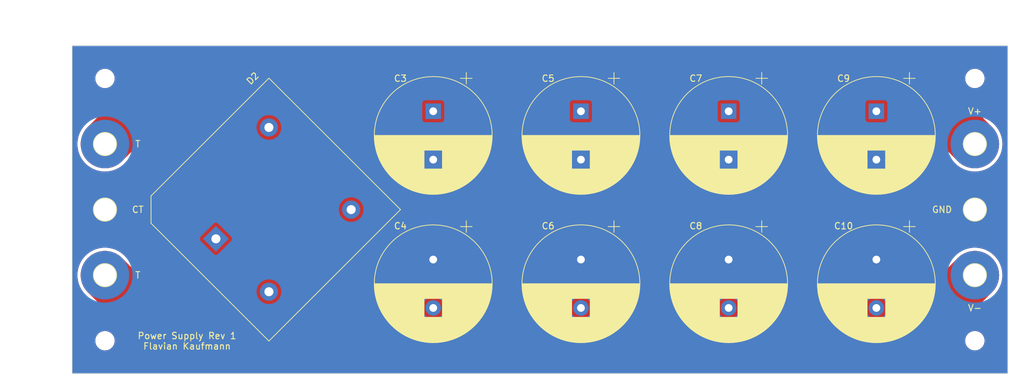
<source format=kicad_pcb>
(kicad_pcb (version 20221018) (generator pcbnew)
  (title_block (title "Power Supply") (date "2022-07-20") (rev "Rev 1.0") (company "Flavian Kaufmann"))
  (layers (0 "F.Cu" signal) (31 "B.Cu" signal) (34 "B.Paste" user) (35 "F.Paste" user) (36 "B.SilkS" user "B.Silkscreen") (37 "F.SilkS" user "F.Silkscreen") (38 "B.Mask" user) (39 "F.Mask" user) (44 "Edge.Cuts" user))
  (net 0 "")
  (net 1 "GND")
  (net 2 "T+")
  (net 3 "T-")
  (net 4 "+35")
  (net 5 "-35")
  (footprint "Connector_Pin:Pin_D1.3mm_L11.0mm_LooseFit" (layer "F.Cu") (at 210.82 105.41)
    (fp_text reference "REF**" hide)
    (fp_text value "Pin_D1.3mm_L11.0mm_LooseFit" hide)
    (pad "1" thru_hole circle (at 0 0) (size 7.5 7.5) (drill 3.5) (layers "*.Cu" "*.Mask") (net 5 "-35"))
  )
  (footprint "Capacitor_THT:CP_Radial_D18.0mm_P7.50mm" (layer "F.Cu") (at 195.58 102.99 -90)
    (fp_text reference "C10" (at -5.2 5.08 180) (layer "F.SilkS"))
    (fp_text value "2200u")
    (pad "1" thru_hole rect (at 0 0 270) (size 2.4 2.4) (drill 1.2) (layers "*.Cu" "*.Mask") (net 1 "GND"))
    (pad "2" thru_hole circle (at 7.5 0 270) (size 2.4 2.4) (drill 1.2) (layers "*.Cu" "*.Mask") (net 5 "-35"))
  )
  (footprint "Connector_Pin:Pin_D1.3mm_L11.0mm_LooseFit" (layer "F.Cu") (at 76.2 105.41)
    (fp_text reference "REF**" hide)
    (fp_text value "Pin_D1.3mm_L11.0mm_LooseFit" hide)
    (pad "1" thru_hole circle (at 0 0) (size 7.5 7.5) (drill 3.5) (layers "*.Cu" "*.Mask") (net 3 "T-"))
  )
  (footprint "Capacitor_THT:CP_Radial_D18.0mm_P7.50mm" (layer "F.Cu") (at 149.86 80.01 -90)
    (fp_text reference "C5" (at -5.08 5.08 180) (layer "F.SilkS"))
    (fp_text value "2200u")
    (pad "1" thru_hole rect (at 0 0 270) (size 2.4 2.4) (drill 1.2) (layers "*.Cu" "*.Mask") (net 4 "+35"))
    (pad "2" thru_hole circle (at 7.5 0 270) (size 2.4 2.4) (drill 1.2) (layers "*.Cu" "*.Mask") (net 1 "GND"))
  )
  (footprint "Diode_THT:Diode_Bridge_28.6x28.6x7.3mm_P18.0mm_P11.6mm" (layer "F.Cu") (at 93.369639 99.775484 45)
    (fp_text reference "D2" (at 21.592103 -13.544717 45) (layer "F.SilkS"))
    (fp_text value "D_Bridge_+A-A")
    (pad "1" thru_hole rect (at 0 0 225) (size 2.8 2.8) (drill 1.4) (layers "*.Cu" "*.Mask") (net 4 "+35"))
    (pad "2" thru_hole circle (at 0 11.6 225) (size 2.8 2.8) (drill 1.4) (layers "*.Cu" "*.Mask") (net 3 "T-"))
    (pad "3" thru_hole circle (at 18 11.6 225) (size 2.8 2.8) (drill 1.4) (layers "*.Cu" "*.Mask") (net 5 "-35"))
    (pad "4" thru_hole circle (at 18 -6.4 225) (size 2.8 2.8) (drill 1.4) (layers "*.Cu" "*.Mask") (net 2 "T+"))
  )
  (footprint "Connector_Pin:Pin_D1.3mm_L11.0mm_LooseFit" (layer "F.Cu") (at 210.82 85.09)
    (fp_text reference "REF**" hide)
    (fp_text value "Pin_D1.3mm_L11.0mm_LooseFit" hide)
    (pad "1" thru_hole circle (at 0 0) (size 7.5 7.5) (drill 3.5) (layers "*.Cu" "*.Mask") (net 4 "+35"))
  )
  (footprint "Connector_Pin:Pin_D1.3mm_L11.0mm_LooseFit" (layer "F.Cu") (at 210.82 95.25)
    (fp_text reference "REF**" hide)
    (fp_text value "Pin_D1.3mm_L11.0mm_LooseFit" hide)
    (pad "1" thru_hole circle (at 0 0) (size 7.5 7.5) (drill 3.5) (layers "*.Cu" "*.Mask") (net 1 "GND"))
  )
  (footprint "MountingHole:MountingHole_2.5mm" (layer "F.Cu") (at 76.2 115.57)
    (fp_text reference "REF**" hide)
    (fp_text value "MountingHole_2.5mm" hide)
    (pad "" np_thru_hole circle (at 0 0) (size 2.5 2.5) (drill 2.5) (layers "*.Cu" "*.Mask"))
  )
  (footprint "Capacitor_THT:CP_Radial_D18.0mm_P7.50mm" (layer "F.Cu") (at 149.86 102.99 -90)
    (fp_text reference "C6" (at -5.2 5.08 180) (layer "F.SilkS"))
    (fp_text value "2200u")
    (pad "1" thru_hole rect (at 0 0 270) (size 2.4 2.4) (drill 1.2) (layers "*.Cu" "*.Mask") (net 1 "GND"))
    (pad "2" thru_hole circle (at 7.5 0 270) (size 2.4 2.4) (drill 1.2) (layers "*.Cu" "*.Mask") (net 5 "-35"))
  )
  (footprint "Connector_Pin:Pin_D1.3mm_L11.0mm_LooseFit" (layer "F.Cu") (at 76.2 95.25)
    (fp_text reference "REF**" hide)
    (fp_text value "Pin_D1.3mm_L11.0mm_LooseFit" hide)
    (pad "1" thru_hole circle (at 0 0) (size 7.5 7.5) (drill 3.5) (layers "*.Cu" "*.Mask") (net 1 "GND"))
  )
  (footprint "MountingHole:MountingHole_2.5mm" (layer "F.Cu") (at 210.82 74.93)
    (fp_text reference "REF**" hide)
    (fp_text value "MountingHole_2.5mm" hide)
    (pad "" np_thru_hole circle (at 0 0) (size 2.5 2.5) (drill 2.5) (layers "*.Cu" "*.Mask"))
  )
  (footprint "Capacitor_THT:CP_Radial_D18.0mm_P7.50mm" (layer "F.Cu") (at 172.72 102.99 -90)
    (fp_text reference "C8" (at -5.2 5.08 180) (layer "F.SilkS"))
    (fp_text value "2200u")
    (pad "1" thru_hole rect (at 0 0 270) (size 2.4 2.4) (drill 1.2) (layers "*.Cu" "*.Mask") (net 1 "GND"))
    (pad "2" thru_hole circle (at 7.5 0 270) (size 2.4 2.4) (drill 1.2) (layers "*.Cu" "*.Mask") (net 5 "-35"))
  )
  (footprint "MountingHole:MountingHole_2.5mm" (layer "F.Cu") (at 210.82 115.57)
    (fp_text reference "REF**" hide)
    (fp_text value "MountingHole_2.5mm" hide)
    (pad "" np_thru_hole circle (at 0 0) (size 2.5 2.5) (drill 2.5) (layers "*.Cu" "*.Mask"))
  )
  (footprint "Capacitor_THT:CP_Radial_D18.0mm_P7.50mm" (layer "F.Cu") (at 195.58 80.01 -90)
    (fp_text reference "C9" (at -5.08 5.08 180) (layer "F.SilkS"))
    (fp_text value "2200u")
    (pad "1" thru_hole rect (at 0 0 270) (size 2.4 2.4) (drill 1.2) (layers "*.Cu" "*.Mask") (net 4 "+35"))
    (pad "2" thru_hole circle (at 7.5 0 270) (size 2.4 2.4) (drill 1.2) (layers "*.Cu" "*.Mask") (net 1 "GND"))
  )
  (footprint "Capacitor_THT:CP_Radial_D18.0mm_P7.50mm" (layer "F.Cu") (at 172.72 80.01 -90)
    (fp_text reference "C7" (at -5.08 5.08 180) (layer "F.SilkS"))
    (fp_text value "2200u")
    (pad "1" thru_hole rect (at 0 0 270) (size 2.4 2.4) (drill 1.2) (layers "*.Cu" "*.Mask") (net 4 "+35"))
    (pad "2" thru_hole circle (at 7.5 0 270) (size 2.4 2.4) (drill 1.2) (layers "*.Cu" "*.Mask") (net 1 "GND"))
  )
  (footprint "Capacitor_THT:CP_Radial_D18.0mm_P7.50mm" (layer "F.Cu") (at 127 102.99 -90)
    (fp_text reference "C4" (at -5.2 5.08 180) (layer "F.SilkS"))
    (fp_text value "2200u")
    (pad "1" thru_hole rect (at 0 0 270) (size 2.4 2.4) (drill 1.2) (layers "*.Cu" "*.Mask") (net 1 "GND"))
    (pad "2" thru_hole circle (at 7.5 0 270) (size 2.4 2.4) (drill 1.2) (layers "*.Cu" "*.Mask") (net 5 "-35"))
  )
  (footprint "MountingHole:MountingHole_2.5mm" (layer "F.Cu") (at 76.2 74.93)
    (fp_text reference "REF**" hide)
    (fp_text value "MountingHole_2.5mm" hide)
    (pad "" np_thru_hole circle (at 0 0) (size 2.5 2.5) (drill 2.5) (layers "*.Cu" "*.Mask"))
  )
  (footprint "Capacitor_THT:CP_Radial_D18.0mm_P7.50mm" (layer "F.Cu") (at 127 80.01 -90)
    (fp_text reference "C3" (at -5.08 5.08 180) (layer "F.SilkS"))
    (fp_text value "2200u")
    (pad "1" thru_hole rect (at 0 0 270) (size 2.4 2.4) (drill 1.2) (layers "*.Cu" "*.Mask") (net 4 "+35"))
    (pad "2" thru_hole circle (at 7.5 0 270) (size 2.4 2.4) (drill 1.2) (layers "*.Cu" "*.Mask") (net 1 "GND"))
  )
  (footprint "Connector_Pin:Pin_D1.3mm_L11.0mm_LooseFit" (layer "F.Cu") (at 76.2 85.09)
    (fp_text reference "REF**" hide)
    (fp_text value "Pin_D1.3mm_L11.0mm_LooseFit" hide)
    (pad "1" thru_hole circle (at 0 0) (size 7.5 7.5) (drill 3.5) (layers "*.Cu" "*.Mask") (net 2 "T+"))
  )
  (gr_rect (start 71.12 69.85) (end 215.9 120.65) (stroke (width 0.1)) (fill none) (layer "Edge.Cuts"))
  (gr_text "V+" (at 210.82 80.01) (layer "F.SilkS") (effects (font (size 1 1))))
  (gr_text "Power Supply Rev 1\nFlavian Kaufmann" (at 88.9 115.614676) (layer "F.SilkS") (effects (font (size 1 1))))
  (gr_text "GND" (at 205.74 95.25) (layer "F.SilkS") (effects (font (size 1 1))))
  (gr_text "V-" (at 210.82 110.49) (layer "F.SilkS") (effects (font (size 1 1))))
  (gr_text "T" (at 81.28 105.41) (layer "F.SilkS") (effects (font (size 1 1))))
  (gr_text "T" (at 81.28 85.09) (layer "F.SilkS") (effects (font (size 1 1))))
  (gr_text "CT" (at 81.28 95.25) (layer "F.SilkS") (effects (font (size 1 1))))
  (segment (start 76.2 85.09) (end 78.767921 82.522079) (width 7.5) (layer "F.Cu") (net 2))
  (segment (start 78.767921 82.522079) (end 101.572078 82.522079) (width 7.5) (layer "F.Cu") (net 2))
  (segment (start 76.2 105.41) (end 78.767923 107.977923) (width 7.5) (layer "F.Cu") (net 3))
  (segment (start 78.767923 107.977923) (end 101.572078 107.977923) (width 7.5) (layer "F.Cu") (net 3))
  (segment (start 97.074516 99.775484) (end 116.84 80.01) (width 7.5) (layer "F.Cu") (net 4))
  (segment (start 195.58 80.01) (end 205.74 80.01) (width 7.5) (layer "F.Cu") (net 4))
  (segment (start 172.72 80.01) (end 195.58 80.01) (width 7.5) (layer "F.Cu") (net 4))
  (segment (start 205.74 80.01) (end 210.82 85.09) (width 7.5) (layer "F.Cu") (net 4))
  (segment (start 149.86 80.01) (end 172.72 80.01) (width 7.5) (layer "F.Cu") (net 4))
  (segment (start 127 80.01) (end 149.86 80.01) (width 7.5) (layer "F.Cu") (net 4))
  (segment (start 93.369639 99.775484) (end 97.074516 99.775484) (width 7.5) (layer "F.Cu") (net 4))
  (segment (start 116.84 80.01) (end 127 80.01) (width 7.5) (layer "F.Cu") (net 4))
  (segment (start 124.2 110.49) (end 127 110.49) (width 7.5) (layer "F.Cu") (net 5))
  (segment (start 210.82 105.41) (end 205.74 110.49) (width 7.5) (layer "F.Cu") (net 5))
  (segment (start 172.72 110.49) (end 149.86 110.49) (width 7.5) (layer "F.Cu") (net 5))
  (segment (start 149.86 110.49) (end 127 110.49) (width 7.5) (layer "F.Cu") (net 5))
  (segment (start 114.3 95.250001) (end 114.3 100.59) (width 7.5) (layer "F.Cu") (net 5))
  (segment (start 205.74 110.49) (end 195.58 110.49) (width 7.5) (layer "F.Cu") (net 5))
  (segment (start 195.58 110.49) (end 172.72 110.49) (width 7.5) (layer "F.Cu") (net 5))
  (segment (start 114.3 100.59) (end 124.2 110.49) (width 7.5) (layer "F.Cu") (net 5))
  (zone (net 1) (net_name "GND") (layers "F&B.Cu") (connect_pads (clearance 0.508)) (min_thickness 0.254) (fill yes (thermal_gap 0.508) (thermal_bridge_width 0.508))
    (polygon (pts (xy 218.44 123.19) (xy 68.58 123.19) (xy 68.58 67.31) (xy 218.44 67.31)))
  )
)
</source>
